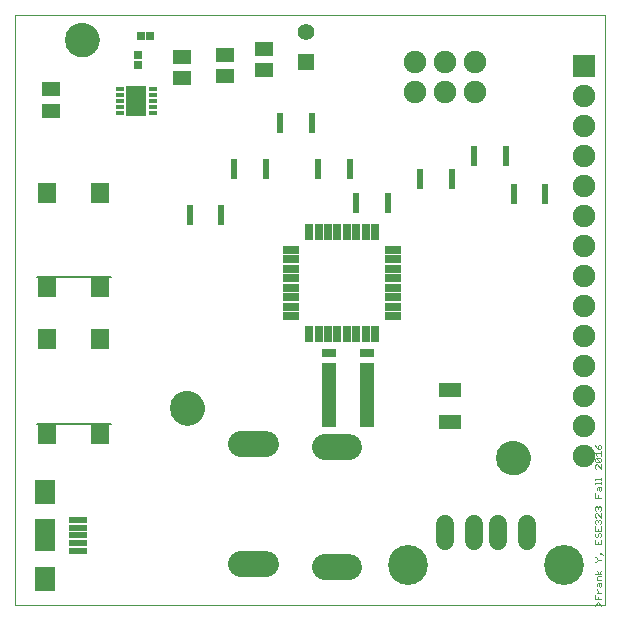
<source format=gts>
G75*
%MOIN*%
%OFA0B0*%
%FSLAX25Y25*%
%IPPOS*%
%LPD*%
%AMOC8*
5,1,8,0,0,1.08239X$1,22.5*
%
%ADD10C,0.00200*%
%ADD11C,0.00000*%
%ADD12C,0.11424*%
%ADD13R,0.02600X0.05400*%
%ADD14R,0.05400X0.02600*%
%ADD15R,0.06100X0.04800*%
%ADD16R,0.07487X0.05124*%
%ADD17R,0.06109X0.01975*%
%ADD18R,0.06693X0.07874*%
%ADD19R,0.06693X0.10630*%
%ADD20C,0.06000*%
%ADD21C,0.13300*%
%ADD22C,0.07487*%
%ADD23R,0.07487X0.07487*%
%ADD24C,0.00500*%
%ADD25R,0.05912X0.06699*%
%ADD26R,0.02369X0.06699*%
%ADD27R,0.02600X0.02800*%
%ADD28R,0.04731X0.21660*%
%ADD29R,0.04731X0.03156*%
%ADD30R,0.02800X0.02600*%
%ADD31R,0.05550X0.05550*%
%ADD32C,0.05550*%
%ADD33R,0.02762X0.01345*%
%ADD34R,0.06896X0.09849*%
%ADD35C,0.08668*%
D10*
X0204438Y0032628D02*
X0205539Y0034095D01*
X0206640Y0032628D01*
X0206640Y0034837D02*
X0204438Y0034837D01*
X0204438Y0036305D01*
X0205172Y0037047D02*
X0206640Y0037047D01*
X0205906Y0037047D02*
X0205172Y0037781D01*
X0205172Y0038148D01*
X0205172Y0039256D02*
X0205172Y0039990D01*
X0205539Y0040357D01*
X0206640Y0040357D01*
X0206640Y0039256D01*
X0206273Y0038889D01*
X0205906Y0039256D01*
X0205906Y0040357D01*
X0205172Y0041099D02*
X0205172Y0042200D01*
X0205539Y0042567D01*
X0206640Y0042567D01*
X0206640Y0043309D02*
X0204438Y0043309D01*
X0205172Y0044410D02*
X0205906Y0043309D01*
X0206640Y0044410D01*
X0206640Y0041099D02*
X0205172Y0041099D01*
X0205539Y0035571D02*
X0205539Y0034837D01*
X0204805Y0047360D02*
X0205539Y0048094D01*
X0206640Y0048094D01*
X0205539Y0048094D02*
X0204805Y0048828D01*
X0204438Y0048828D01*
X0204438Y0047360D02*
X0204805Y0047360D01*
X0206273Y0049937D02*
X0206640Y0049937D01*
X0206640Y0050304D01*
X0206273Y0050304D01*
X0206273Y0049937D01*
X0206640Y0050304D02*
X0207374Y0049570D01*
X0206640Y0053253D02*
X0204438Y0053253D01*
X0204438Y0054721D01*
X0204805Y0055463D02*
X0205172Y0055463D01*
X0205539Y0055830D01*
X0205539Y0056564D01*
X0205906Y0056931D01*
X0206273Y0056931D01*
X0206640Y0056564D01*
X0206640Y0055830D01*
X0206273Y0055463D01*
X0206640Y0054721D02*
X0206640Y0053253D01*
X0205539Y0053253D02*
X0205539Y0053987D01*
X0204805Y0055463D02*
X0204438Y0055830D01*
X0204438Y0056564D01*
X0204805Y0056931D01*
X0204438Y0057673D02*
X0206640Y0057673D01*
X0206640Y0059141D01*
X0206273Y0059883D02*
X0206640Y0060250D01*
X0206640Y0060984D01*
X0206273Y0061351D01*
X0205906Y0061351D01*
X0205539Y0060984D01*
X0205539Y0060617D01*
X0205539Y0060984D02*
X0205172Y0061351D01*
X0204805Y0061351D01*
X0204438Y0060984D01*
X0204438Y0060250D01*
X0204805Y0059883D01*
X0204438Y0059141D02*
X0204438Y0057673D01*
X0205539Y0057673D02*
X0205539Y0058407D01*
X0204805Y0062093D02*
X0204438Y0062460D01*
X0204438Y0063194D01*
X0204805Y0063561D01*
X0205172Y0063561D01*
X0206640Y0062093D01*
X0206640Y0063561D01*
X0206273Y0064303D02*
X0206640Y0064669D01*
X0206640Y0065403D01*
X0206273Y0065770D01*
X0205906Y0065770D01*
X0205539Y0065403D01*
X0205539Y0065036D01*
X0205539Y0065403D02*
X0205172Y0065770D01*
X0204805Y0065770D01*
X0204438Y0065403D01*
X0204438Y0064669D01*
X0204805Y0064303D01*
X0204438Y0068722D02*
X0204438Y0070190D01*
X0205539Y0069456D02*
X0205539Y0068722D01*
X0206640Y0068722D02*
X0204438Y0068722D01*
X0205172Y0071299D02*
X0205172Y0072033D01*
X0205539Y0072400D01*
X0206640Y0072400D01*
X0206640Y0071299D01*
X0206273Y0070932D01*
X0205906Y0071299D01*
X0205906Y0072400D01*
X0206640Y0073142D02*
X0206640Y0073876D01*
X0206640Y0073509D02*
X0204438Y0073509D01*
X0204438Y0073142D01*
X0204438Y0074615D02*
X0204438Y0074982D01*
X0206640Y0074982D01*
X0206640Y0074615D02*
X0206640Y0075349D01*
X0206640Y0078298D02*
X0205172Y0079766D01*
X0204805Y0079766D01*
X0204438Y0079399D01*
X0204438Y0078665D01*
X0204805Y0078298D01*
X0206640Y0078298D02*
X0206640Y0079766D01*
X0206273Y0080508D02*
X0204805Y0081976D01*
X0206273Y0081976D01*
X0206640Y0081609D01*
X0206640Y0080875D01*
X0206273Y0080508D01*
X0204805Y0080508D01*
X0204438Y0080875D01*
X0204438Y0081609D01*
X0204805Y0081976D01*
X0205172Y0082718D02*
X0204438Y0083452D01*
X0206640Y0083452D01*
X0206640Y0082718D02*
X0206640Y0084186D01*
X0206273Y0084928D02*
X0206640Y0085295D01*
X0206640Y0086029D01*
X0206273Y0086396D01*
X0205906Y0086396D01*
X0205539Y0086029D01*
X0205539Y0084928D01*
X0206273Y0084928D01*
X0205539Y0084928D02*
X0204805Y0085662D01*
X0204438Y0086396D01*
D11*
X0011150Y0032803D02*
X0011150Y0229654D01*
X0208000Y0229654D01*
X0208000Y0032803D01*
X0011150Y0032803D01*
X0063118Y0098551D02*
X0063120Y0098699D01*
X0063126Y0098847D01*
X0063136Y0098995D01*
X0063150Y0099142D01*
X0063168Y0099289D01*
X0063189Y0099435D01*
X0063215Y0099581D01*
X0063245Y0099726D01*
X0063278Y0099870D01*
X0063316Y0100013D01*
X0063357Y0100155D01*
X0063402Y0100296D01*
X0063450Y0100436D01*
X0063503Y0100575D01*
X0063559Y0100712D01*
X0063619Y0100847D01*
X0063682Y0100981D01*
X0063749Y0101113D01*
X0063820Y0101243D01*
X0063894Y0101371D01*
X0063971Y0101497D01*
X0064052Y0101621D01*
X0064136Y0101743D01*
X0064223Y0101862D01*
X0064314Y0101979D01*
X0064408Y0102094D01*
X0064504Y0102206D01*
X0064604Y0102316D01*
X0064706Y0102422D01*
X0064812Y0102526D01*
X0064920Y0102627D01*
X0065031Y0102725D01*
X0065144Y0102821D01*
X0065260Y0102913D01*
X0065378Y0103002D01*
X0065499Y0103087D01*
X0065622Y0103170D01*
X0065747Y0103249D01*
X0065874Y0103325D01*
X0066003Y0103397D01*
X0066134Y0103466D01*
X0066267Y0103531D01*
X0066402Y0103592D01*
X0066538Y0103650D01*
X0066675Y0103705D01*
X0066814Y0103755D01*
X0066955Y0103802D01*
X0067096Y0103845D01*
X0067239Y0103885D01*
X0067383Y0103920D01*
X0067527Y0103952D01*
X0067673Y0103979D01*
X0067819Y0104003D01*
X0067966Y0104023D01*
X0068113Y0104039D01*
X0068260Y0104051D01*
X0068408Y0104059D01*
X0068556Y0104063D01*
X0068704Y0104063D01*
X0068852Y0104059D01*
X0069000Y0104051D01*
X0069147Y0104039D01*
X0069294Y0104023D01*
X0069441Y0104003D01*
X0069587Y0103979D01*
X0069733Y0103952D01*
X0069877Y0103920D01*
X0070021Y0103885D01*
X0070164Y0103845D01*
X0070305Y0103802D01*
X0070446Y0103755D01*
X0070585Y0103705D01*
X0070722Y0103650D01*
X0070858Y0103592D01*
X0070993Y0103531D01*
X0071126Y0103466D01*
X0071257Y0103397D01*
X0071386Y0103325D01*
X0071513Y0103249D01*
X0071638Y0103170D01*
X0071761Y0103087D01*
X0071882Y0103002D01*
X0072000Y0102913D01*
X0072116Y0102821D01*
X0072229Y0102725D01*
X0072340Y0102627D01*
X0072448Y0102526D01*
X0072554Y0102422D01*
X0072656Y0102316D01*
X0072756Y0102206D01*
X0072852Y0102094D01*
X0072946Y0101979D01*
X0073037Y0101862D01*
X0073124Y0101743D01*
X0073208Y0101621D01*
X0073289Y0101497D01*
X0073366Y0101371D01*
X0073440Y0101243D01*
X0073511Y0101113D01*
X0073578Y0100981D01*
X0073641Y0100847D01*
X0073701Y0100712D01*
X0073757Y0100575D01*
X0073810Y0100436D01*
X0073858Y0100296D01*
X0073903Y0100155D01*
X0073944Y0100013D01*
X0073982Y0099870D01*
X0074015Y0099726D01*
X0074045Y0099581D01*
X0074071Y0099435D01*
X0074092Y0099289D01*
X0074110Y0099142D01*
X0074124Y0098995D01*
X0074134Y0098847D01*
X0074140Y0098699D01*
X0074142Y0098551D01*
X0074140Y0098403D01*
X0074134Y0098255D01*
X0074124Y0098107D01*
X0074110Y0097960D01*
X0074092Y0097813D01*
X0074071Y0097667D01*
X0074045Y0097521D01*
X0074015Y0097376D01*
X0073982Y0097232D01*
X0073944Y0097089D01*
X0073903Y0096947D01*
X0073858Y0096806D01*
X0073810Y0096666D01*
X0073757Y0096527D01*
X0073701Y0096390D01*
X0073641Y0096255D01*
X0073578Y0096121D01*
X0073511Y0095989D01*
X0073440Y0095859D01*
X0073366Y0095731D01*
X0073289Y0095605D01*
X0073208Y0095481D01*
X0073124Y0095359D01*
X0073037Y0095240D01*
X0072946Y0095123D01*
X0072852Y0095008D01*
X0072756Y0094896D01*
X0072656Y0094786D01*
X0072554Y0094680D01*
X0072448Y0094576D01*
X0072340Y0094475D01*
X0072229Y0094377D01*
X0072116Y0094281D01*
X0072000Y0094189D01*
X0071882Y0094100D01*
X0071761Y0094015D01*
X0071638Y0093932D01*
X0071513Y0093853D01*
X0071386Y0093777D01*
X0071257Y0093705D01*
X0071126Y0093636D01*
X0070993Y0093571D01*
X0070858Y0093510D01*
X0070722Y0093452D01*
X0070585Y0093397D01*
X0070446Y0093347D01*
X0070305Y0093300D01*
X0070164Y0093257D01*
X0070021Y0093217D01*
X0069877Y0093182D01*
X0069733Y0093150D01*
X0069587Y0093123D01*
X0069441Y0093099D01*
X0069294Y0093079D01*
X0069147Y0093063D01*
X0069000Y0093051D01*
X0068852Y0093043D01*
X0068704Y0093039D01*
X0068556Y0093039D01*
X0068408Y0093043D01*
X0068260Y0093051D01*
X0068113Y0093063D01*
X0067966Y0093079D01*
X0067819Y0093099D01*
X0067673Y0093123D01*
X0067527Y0093150D01*
X0067383Y0093182D01*
X0067239Y0093217D01*
X0067096Y0093257D01*
X0066955Y0093300D01*
X0066814Y0093347D01*
X0066675Y0093397D01*
X0066538Y0093452D01*
X0066402Y0093510D01*
X0066267Y0093571D01*
X0066134Y0093636D01*
X0066003Y0093705D01*
X0065874Y0093777D01*
X0065747Y0093853D01*
X0065622Y0093932D01*
X0065499Y0094015D01*
X0065378Y0094100D01*
X0065260Y0094189D01*
X0065144Y0094281D01*
X0065031Y0094377D01*
X0064920Y0094475D01*
X0064812Y0094576D01*
X0064706Y0094680D01*
X0064604Y0094786D01*
X0064504Y0094896D01*
X0064408Y0095008D01*
X0064314Y0095123D01*
X0064223Y0095240D01*
X0064136Y0095359D01*
X0064052Y0095481D01*
X0063971Y0095605D01*
X0063894Y0095731D01*
X0063820Y0095859D01*
X0063749Y0095989D01*
X0063682Y0096121D01*
X0063619Y0096255D01*
X0063559Y0096390D01*
X0063503Y0096527D01*
X0063450Y0096666D01*
X0063402Y0096806D01*
X0063357Y0096947D01*
X0063316Y0097089D01*
X0063278Y0097232D01*
X0063245Y0097376D01*
X0063215Y0097521D01*
X0063189Y0097667D01*
X0063168Y0097813D01*
X0063150Y0097960D01*
X0063136Y0098107D01*
X0063126Y0098255D01*
X0063120Y0098403D01*
X0063118Y0098551D01*
X0028079Y0221386D02*
X0028081Y0221534D01*
X0028087Y0221682D01*
X0028097Y0221830D01*
X0028111Y0221977D01*
X0028129Y0222124D01*
X0028150Y0222270D01*
X0028176Y0222416D01*
X0028206Y0222561D01*
X0028239Y0222705D01*
X0028277Y0222848D01*
X0028318Y0222990D01*
X0028363Y0223131D01*
X0028411Y0223271D01*
X0028464Y0223410D01*
X0028520Y0223547D01*
X0028580Y0223682D01*
X0028643Y0223816D01*
X0028710Y0223948D01*
X0028781Y0224078D01*
X0028855Y0224206D01*
X0028932Y0224332D01*
X0029013Y0224456D01*
X0029097Y0224578D01*
X0029184Y0224697D01*
X0029275Y0224814D01*
X0029369Y0224929D01*
X0029465Y0225041D01*
X0029565Y0225151D01*
X0029667Y0225257D01*
X0029773Y0225361D01*
X0029881Y0225462D01*
X0029992Y0225560D01*
X0030105Y0225656D01*
X0030221Y0225748D01*
X0030339Y0225837D01*
X0030460Y0225922D01*
X0030583Y0226005D01*
X0030708Y0226084D01*
X0030835Y0226160D01*
X0030964Y0226232D01*
X0031095Y0226301D01*
X0031228Y0226366D01*
X0031363Y0226427D01*
X0031499Y0226485D01*
X0031636Y0226540D01*
X0031775Y0226590D01*
X0031916Y0226637D01*
X0032057Y0226680D01*
X0032200Y0226720D01*
X0032344Y0226755D01*
X0032488Y0226787D01*
X0032634Y0226814D01*
X0032780Y0226838D01*
X0032927Y0226858D01*
X0033074Y0226874D01*
X0033221Y0226886D01*
X0033369Y0226894D01*
X0033517Y0226898D01*
X0033665Y0226898D01*
X0033813Y0226894D01*
X0033961Y0226886D01*
X0034108Y0226874D01*
X0034255Y0226858D01*
X0034402Y0226838D01*
X0034548Y0226814D01*
X0034694Y0226787D01*
X0034838Y0226755D01*
X0034982Y0226720D01*
X0035125Y0226680D01*
X0035266Y0226637D01*
X0035407Y0226590D01*
X0035546Y0226540D01*
X0035683Y0226485D01*
X0035819Y0226427D01*
X0035954Y0226366D01*
X0036087Y0226301D01*
X0036218Y0226232D01*
X0036347Y0226160D01*
X0036474Y0226084D01*
X0036599Y0226005D01*
X0036722Y0225922D01*
X0036843Y0225837D01*
X0036961Y0225748D01*
X0037077Y0225656D01*
X0037190Y0225560D01*
X0037301Y0225462D01*
X0037409Y0225361D01*
X0037515Y0225257D01*
X0037617Y0225151D01*
X0037717Y0225041D01*
X0037813Y0224929D01*
X0037907Y0224814D01*
X0037998Y0224697D01*
X0038085Y0224578D01*
X0038169Y0224456D01*
X0038250Y0224332D01*
X0038327Y0224206D01*
X0038401Y0224078D01*
X0038472Y0223948D01*
X0038539Y0223816D01*
X0038602Y0223682D01*
X0038662Y0223547D01*
X0038718Y0223410D01*
X0038771Y0223271D01*
X0038819Y0223131D01*
X0038864Y0222990D01*
X0038905Y0222848D01*
X0038943Y0222705D01*
X0038976Y0222561D01*
X0039006Y0222416D01*
X0039032Y0222270D01*
X0039053Y0222124D01*
X0039071Y0221977D01*
X0039085Y0221830D01*
X0039095Y0221682D01*
X0039101Y0221534D01*
X0039103Y0221386D01*
X0039101Y0221238D01*
X0039095Y0221090D01*
X0039085Y0220942D01*
X0039071Y0220795D01*
X0039053Y0220648D01*
X0039032Y0220502D01*
X0039006Y0220356D01*
X0038976Y0220211D01*
X0038943Y0220067D01*
X0038905Y0219924D01*
X0038864Y0219782D01*
X0038819Y0219641D01*
X0038771Y0219501D01*
X0038718Y0219362D01*
X0038662Y0219225D01*
X0038602Y0219090D01*
X0038539Y0218956D01*
X0038472Y0218824D01*
X0038401Y0218694D01*
X0038327Y0218566D01*
X0038250Y0218440D01*
X0038169Y0218316D01*
X0038085Y0218194D01*
X0037998Y0218075D01*
X0037907Y0217958D01*
X0037813Y0217843D01*
X0037717Y0217731D01*
X0037617Y0217621D01*
X0037515Y0217515D01*
X0037409Y0217411D01*
X0037301Y0217310D01*
X0037190Y0217212D01*
X0037077Y0217116D01*
X0036961Y0217024D01*
X0036843Y0216935D01*
X0036722Y0216850D01*
X0036599Y0216767D01*
X0036474Y0216688D01*
X0036347Y0216612D01*
X0036218Y0216540D01*
X0036087Y0216471D01*
X0035954Y0216406D01*
X0035819Y0216345D01*
X0035683Y0216287D01*
X0035546Y0216232D01*
X0035407Y0216182D01*
X0035266Y0216135D01*
X0035125Y0216092D01*
X0034982Y0216052D01*
X0034838Y0216017D01*
X0034694Y0215985D01*
X0034548Y0215958D01*
X0034402Y0215934D01*
X0034255Y0215914D01*
X0034108Y0215898D01*
X0033961Y0215886D01*
X0033813Y0215878D01*
X0033665Y0215874D01*
X0033517Y0215874D01*
X0033369Y0215878D01*
X0033221Y0215886D01*
X0033074Y0215898D01*
X0032927Y0215914D01*
X0032780Y0215934D01*
X0032634Y0215958D01*
X0032488Y0215985D01*
X0032344Y0216017D01*
X0032200Y0216052D01*
X0032057Y0216092D01*
X0031916Y0216135D01*
X0031775Y0216182D01*
X0031636Y0216232D01*
X0031499Y0216287D01*
X0031363Y0216345D01*
X0031228Y0216406D01*
X0031095Y0216471D01*
X0030964Y0216540D01*
X0030835Y0216612D01*
X0030708Y0216688D01*
X0030583Y0216767D01*
X0030460Y0216850D01*
X0030339Y0216935D01*
X0030221Y0217024D01*
X0030105Y0217116D01*
X0029992Y0217212D01*
X0029881Y0217310D01*
X0029773Y0217411D01*
X0029667Y0217515D01*
X0029565Y0217621D01*
X0029465Y0217731D01*
X0029369Y0217843D01*
X0029275Y0217958D01*
X0029184Y0218075D01*
X0029097Y0218194D01*
X0029013Y0218316D01*
X0028932Y0218440D01*
X0028855Y0218566D01*
X0028781Y0218694D01*
X0028710Y0218824D01*
X0028643Y0218956D01*
X0028580Y0219090D01*
X0028520Y0219225D01*
X0028464Y0219362D01*
X0028411Y0219501D01*
X0028363Y0219641D01*
X0028318Y0219782D01*
X0028277Y0219924D01*
X0028239Y0220067D01*
X0028206Y0220211D01*
X0028176Y0220356D01*
X0028150Y0220502D01*
X0028129Y0220648D01*
X0028111Y0220795D01*
X0028097Y0220942D01*
X0028087Y0221090D01*
X0028081Y0221238D01*
X0028079Y0221386D01*
X0171779Y0082016D02*
X0171781Y0082164D01*
X0171787Y0082312D01*
X0171797Y0082460D01*
X0171811Y0082607D01*
X0171829Y0082754D01*
X0171850Y0082900D01*
X0171876Y0083046D01*
X0171906Y0083191D01*
X0171939Y0083335D01*
X0171977Y0083478D01*
X0172018Y0083620D01*
X0172063Y0083761D01*
X0172111Y0083901D01*
X0172164Y0084040D01*
X0172220Y0084177D01*
X0172280Y0084312D01*
X0172343Y0084446D01*
X0172410Y0084578D01*
X0172481Y0084708D01*
X0172555Y0084836D01*
X0172632Y0084962D01*
X0172713Y0085086D01*
X0172797Y0085208D01*
X0172884Y0085327D01*
X0172975Y0085444D01*
X0173069Y0085559D01*
X0173165Y0085671D01*
X0173265Y0085781D01*
X0173367Y0085887D01*
X0173473Y0085991D01*
X0173581Y0086092D01*
X0173692Y0086190D01*
X0173805Y0086286D01*
X0173921Y0086378D01*
X0174039Y0086467D01*
X0174160Y0086552D01*
X0174283Y0086635D01*
X0174408Y0086714D01*
X0174535Y0086790D01*
X0174664Y0086862D01*
X0174795Y0086931D01*
X0174928Y0086996D01*
X0175063Y0087057D01*
X0175199Y0087115D01*
X0175336Y0087170D01*
X0175475Y0087220D01*
X0175616Y0087267D01*
X0175757Y0087310D01*
X0175900Y0087350D01*
X0176044Y0087385D01*
X0176188Y0087417D01*
X0176334Y0087444D01*
X0176480Y0087468D01*
X0176627Y0087488D01*
X0176774Y0087504D01*
X0176921Y0087516D01*
X0177069Y0087524D01*
X0177217Y0087528D01*
X0177365Y0087528D01*
X0177513Y0087524D01*
X0177661Y0087516D01*
X0177808Y0087504D01*
X0177955Y0087488D01*
X0178102Y0087468D01*
X0178248Y0087444D01*
X0178394Y0087417D01*
X0178538Y0087385D01*
X0178682Y0087350D01*
X0178825Y0087310D01*
X0178966Y0087267D01*
X0179107Y0087220D01*
X0179246Y0087170D01*
X0179383Y0087115D01*
X0179519Y0087057D01*
X0179654Y0086996D01*
X0179787Y0086931D01*
X0179918Y0086862D01*
X0180047Y0086790D01*
X0180174Y0086714D01*
X0180299Y0086635D01*
X0180422Y0086552D01*
X0180543Y0086467D01*
X0180661Y0086378D01*
X0180777Y0086286D01*
X0180890Y0086190D01*
X0181001Y0086092D01*
X0181109Y0085991D01*
X0181215Y0085887D01*
X0181317Y0085781D01*
X0181417Y0085671D01*
X0181513Y0085559D01*
X0181607Y0085444D01*
X0181698Y0085327D01*
X0181785Y0085208D01*
X0181869Y0085086D01*
X0181950Y0084962D01*
X0182027Y0084836D01*
X0182101Y0084708D01*
X0182172Y0084578D01*
X0182239Y0084446D01*
X0182302Y0084312D01*
X0182362Y0084177D01*
X0182418Y0084040D01*
X0182471Y0083901D01*
X0182519Y0083761D01*
X0182564Y0083620D01*
X0182605Y0083478D01*
X0182643Y0083335D01*
X0182676Y0083191D01*
X0182706Y0083046D01*
X0182732Y0082900D01*
X0182753Y0082754D01*
X0182771Y0082607D01*
X0182785Y0082460D01*
X0182795Y0082312D01*
X0182801Y0082164D01*
X0182803Y0082016D01*
X0182801Y0081868D01*
X0182795Y0081720D01*
X0182785Y0081572D01*
X0182771Y0081425D01*
X0182753Y0081278D01*
X0182732Y0081132D01*
X0182706Y0080986D01*
X0182676Y0080841D01*
X0182643Y0080697D01*
X0182605Y0080554D01*
X0182564Y0080412D01*
X0182519Y0080271D01*
X0182471Y0080131D01*
X0182418Y0079992D01*
X0182362Y0079855D01*
X0182302Y0079720D01*
X0182239Y0079586D01*
X0182172Y0079454D01*
X0182101Y0079324D01*
X0182027Y0079196D01*
X0181950Y0079070D01*
X0181869Y0078946D01*
X0181785Y0078824D01*
X0181698Y0078705D01*
X0181607Y0078588D01*
X0181513Y0078473D01*
X0181417Y0078361D01*
X0181317Y0078251D01*
X0181215Y0078145D01*
X0181109Y0078041D01*
X0181001Y0077940D01*
X0180890Y0077842D01*
X0180777Y0077746D01*
X0180661Y0077654D01*
X0180543Y0077565D01*
X0180422Y0077480D01*
X0180299Y0077397D01*
X0180174Y0077318D01*
X0180047Y0077242D01*
X0179918Y0077170D01*
X0179787Y0077101D01*
X0179654Y0077036D01*
X0179519Y0076975D01*
X0179383Y0076917D01*
X0179246Y0076862D01*
X0179107Y0076812D01*
X0178966Y0076765D01*
X0178825Y0076722D01*
X0178682Y0076682D01*
X0178538Y0076647D01*
X0178394Y0076615D01*
X0178248Y0076588D01*
X0178102Y0076564D01*
X0177955Y0076544D01*
X0177808Y0076528D01*
X0177661Y0076516D01*
X0177513Y0076508D01*
X0177365Y0076504D01*
X0177217Y0076504D01*
X0177069Y0076508D01*
X0176921Y0076516D01*
X0176774Y0076528D01*
X0176627Y0076544D01*
X0176480Y0076564D01*
X0176334Y0076588D01*
X0176188Y0076615D01*
X0176044Y0076647D01*
X0175900Y0076682D01*
X0175757Y0076722D01*
X0175616Y0076765D01*
X0175475Y0076812D01*
X0175336Y0076862D01*
X0175199Y0076917D01*
X0175063Y0076975D01*
X0174928Y0077036D01*
X0174795Y0077101D01*
X0174664Y0077170D01*
X0174535Y0077242D01*
X0174408Y0077318D01*
X0174283Y0077397D01*
X0174160Y0077480D01*
X0174039Y0077565D01*
X0173921Y0077654D01*
X0173805Y0077746D01*
X0173692Y0077842D01*
X0173581Y0077940D01*
X0173473Y0078041D01*
X0173367Y0078145D01*
X0173265Y0078251D01*
X0173165Y0078361D01*
X0173069Y0078473D01*
X0172975Y0078588D01*
X0172884Y0078705D01*
X0172797Y0078824D01*
X0172713Y0078946D01*
X0172632Y0079070D01*
X0172555Y0079196D01*
X0172481Y0079324D01*
X0172410Y0079454D01*
X0172343Y0079586D01*
X0172280Y0079720D01*
X0172220Y0079855D01*
X0172164Y0079992D01*
X0172111Y0080131D01*
X0172063Y0080271D01*
X0172018Y0080412D01*
X0171977Y0080554D01*
X0171939Y0080697D01*
X0171906Y0080841D01*
X0171876Y0080986D01*
X0171850Y0081132D01*
X0171829Y0081278D01*
X0171811Y0081425D01*
X0171797Y0081572D01*
X0171787Y0081720D01*
X0171781Y0081868D01*
X0171779Y0082016D01*
D12*
X0177291Y0082016D03*
X0068630Y0098551D03*
X0033591Y0221386D03*
D13*
X0109260Y0157144D03*
X0112409Y0157144D03*
X0115559Y0157144D03*
X0118709Y0157144D03*
X0121858Y0157144D03*
X0125008Y0157144D03*
X0128157Y0157144D03*
X0131307Y0157144D03*
X0131307Y0123344D03*
X0128157Y0123344D03*
X0125008Y0123344D03*
X0121858Y0123344D03*
X0118709Y0123344D03*
X0115559Y0123344D03*
X0112409Y0123344D03*
X0109260Y0123344D03*
D14*
X0103383Y0129220D03*
X0103383Y0132370D03*
X0103383Y0135520D03*
X0103383Y0138669D03*
X0103383Y0141819D03*
X0103383Y0144969D03*
X0103383Y0148118D03*
X0103383Y0151268D03*
X0137183Y0151268D03*
X0137183Y0148118D03*
X0137183Y0144969D03*
X0137183Y0141819D03*
X0137183Y0138669D03*
X0137183Y0135520D03*
X0137183Y0132370D03*
X0137183Y0129220D03*
D15*
X0094063Y0211182D03*
X0094063Y0218282D03*
X0081228Y0216393D03*
X0081228Y0209293D03*
X0066819Y0208663D03*
X0066819Y0215763D03*
X0023079Y0204778D03*
X0023079Y0197678D03*
D16*
X0156150Y0104457D03*
X0156150Y0093827D03*
D17*
X0032075Y0061228D03*
X0032075Y0058669D03*
X0032075Y0056110D03*
X0032075Y0053551D03*
X0032075Y0050992D03*
D18*
X0021346Y0041606D03*
X0021346Y0070614D03*
D19*
X0021346Y0056110D03*
D20*
X0154457Y0054176D02*
X0154457Y0059776D01*
X0164299Y0059776D02*
X0164299Y0054176D01*
X0172173Y0054176D02*
X0172173Y0059776D01*
X0182016Y0059776D02*
X0182016Y0054176D01*
D21*
X0194220Y0046307D03*
X0142252Y0046307D03*
D22*
X0200756Y0082567D03*
X0200756Y0092567D03*
X0200756Y0102567D03*
X0200756Y0112567D03*
X0200756Y0122567D03*
X0200756Y0132567D03*
X0200756Y0142567D03*
X0200756Y0152567D03*
X0200756Y0162567D03*
X0200756Y0172567D03*
X0200756Y0182567D03*
X0200756Y0192567D03*
X0200756Y0202567D03*
X0164457Y0203984D03*
X0164457Y0213984D03*
X0154457Y0213984D03*
X0154457Y0203984D03*
X0144457Y0203984D03*
X0144457Y0213984D03*
D23*
X0200756Y0212567D03*
D24*
X0043197Y0142134D02*
X0018394Y0142134D01*
X0018394Y0093315D02*
X0043197Y0093315D01*
D25*
X0039654Y0089969D03*
X0021937Y0089969D03*
X0021937Y0121465D03*
X0021937Y0138787D03*
X0039654Y0138787D03*
X0039654Y0121465D03*
X0039654Y0170283D03*
X0021937Y0170283D03*
D26*
X0069417Y0163039D03*
X0080047Y0163039D03*
X0084102Y0178157D03*
X0094732Y0178157D03*
X0099535Y0193551D03*
X0110165Y0193551D03*
X0112291Y0178394D03*
X0122921Y0178394D03*
X0124811Y0166858D03*
X0135441Y0166858D03*
X0146307Y0175047D03*
X0156937Y0175047D03*
X0164181Y0182764D03*
X0174811Y0182764D03*
X0177409Y0170047D03*
X0188039Y0170047D03*
D27*
X0056382Y0222488D03*
X0053082Y0222488D03*
D28*
X0116031Y0102921D03*
X0128630Y0102921D03*
D29*
X0128630Y0117094D03*
X0116031Y0117094D03*
D30*
X0052134Y0212964D03*
X0052134Y0216264D03*
D31*
X0108315Y0213945D03*
D32*
X0108315Y0223945D03*
D33*
X0057094Y0204929D03*
X0057094Y0202961D03*
X0057094Y0200992D03*
X0057094Y0199024D03*
X0057094Y0197055D03*
X0046071Y0197055D03*
X0046071Y0199024D03*
X0046071Y0200992D03*
X0046071Y0202961D03*
X0046071Y0204929D03*
D34*
X0051583Y0200992D03*
D35*
X0086465Y0086465D02*
X0094732Y0086465D01*
X0114417Y0085677D02*
X0122685Y0085677D01*
X0122685Y0045677D02*
X0114417Y0045677D01*
X0094732Y0046465D02*
X0086465Y0046465D01*
M02*

</source>
